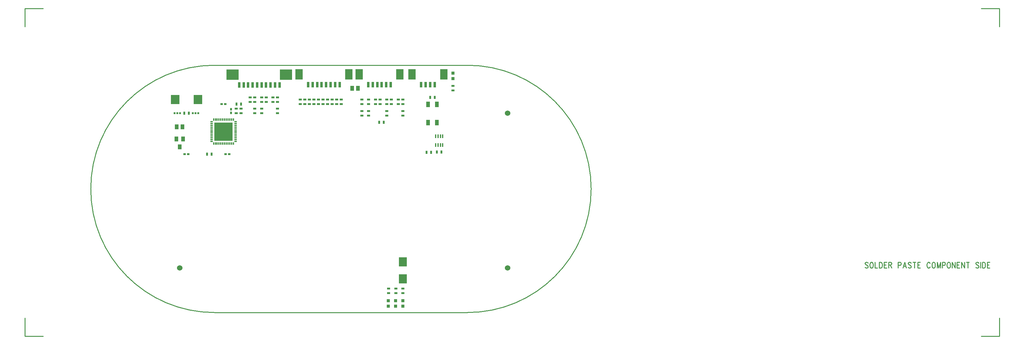
<source format=gbr>
*
*
G04 PADS VX.0 Build Number: 635560 generated Gerber (RS-274-X) file*
G04 PC Version=2.1*
*
%IN "JOG_v1.pcb"*%
*
%MOIN*%
*
%FSLAX35Y35*%
*
*
*
*
G04 PC Standard Apertures*
*
*
G04 Thermal Relief Aperture macro.*
%AMTER*
1,1,$1,0,0*
1,0,$1-$2,0,0*
21,0,$3,$4,0,0,45*
21,0,$3,$4,0,0,135*
%
*
*
G04 Annular Aperture macro.*
%AMANN*
1,1,$1,0,0*
1,0,$2,0,0*
%
*
*
G04 Odd Aperture macro.*
%AMODD*
1,1,$1,0,0*
1,0,$1-0.005,0,0*
%
*
*
G04 PC Custom Aperture Macros*
*
*
*
*
*
*
G04 PC Aperture Table*
*
%ADD010C,0.001*%
%ADD011C,0.004*%
%ADD012C,0.01*%
%ADD025R,0.035X0.024*%
%ADD026R,0.024X0.035*%
%ADD027R,0.094X0.102*%
%ADD028R,0.04331X0.05709*%
%ADD029R,0.03937X0.05512*%
%ADD030R,0.08583X0.09921*%
%ADD031R,0.032X0.032*%
%ADD032R,0.03937X0.05906*%
%ADD033C,0.06*%
%ADD035R,0.02756X0.06299*%
%ADD036R,0.08268X0.11811*%
%ADD037R,0.13386X0.11811*%
%ADD040R,0.025X0.02*%
%ADD041R,0.02X0.025*%
%ADD048R,0.20079X0.20079*%
%ADD049R,0.01772X0.04134*%
%ADD050R,0.02X0.02*%
%ADD098R,0.02559X0.01181*%
%ADD099R,0.01181X0.02559*%
*
*
*
*
G04 PC Circuitry*
G04 Layer Name JOG_v1.pcb - circuitry*
%LPD*%
*
*
G04 PC Custom Flashes*
G04 Layer Name JOG_v1.pcb - flashes*
%LPD*%
*
*
G04 PC Circuitry*
G04 Layer Name JOG_v1.pcb - circuitry*
%LPD*%
*
G54D10*
G54D11*
G01X1674700Y1653300D02*
X1676300D01*
Y1651700*
X1674700*
Y1653300*
X1677700D02*
X1679300D01*
Y1651700*
X1677700*
Y1653300*
X1680700D02*
X1682300D01*
Y1651700*
X1680700*
Y1653300*
X1683700D02*
X1685300D01*
Y1651700*
X1683700*
Y1653300*
X1686700D02*
X1688300D01*
Y1651700*
X1686700*
Y1653300*
X1689700D02*
X1691300D01*
Y1651700*
X1689700*
Y1653300*
X1674700Y1638800D02*
X1676300D01*
Y1637200*
X1674700*
Y1638800*
X1677700D02*
X1679300D01*
Y1637200*
X1677700*
Y1638800*
X1680700D02*
X1682300D01*
Y1637200*
X1680700*
Y1638800*
X1683700D02*
X1685300D01*
Y1637200*
X1683700*
Y1638800*
X1686700D02*
X1688300D01*
Y1637200*
X1686700*
Y1638800*
X1689700D02*
X1691300D01*
Y1637200*
X1689700*
Y1638800*
X1677700Y1643800D02*
X1679300D01*
Y1642200*
X1677700*
Y1643800*
X1674700D02*
X1676300D01*
Y1642200*
X1674700*
Y1643800*
X1680700D02*
X1682300D01*
Y1642200*
X1680700*
Y1643800*
X1683700D02*
X1685300D01*
Y1642200*
X1683700*
Y1643800*
X1686700D02*
X1688300D01*
Y1642200*
X1686700*
Y1643800*
X1689700D02*
X1691300D01*
Y1642200*
X1689700*
Y1643800*
X1677700Y1647800D02*
X1679300D01*
Y1646200*
X1677700*
Y1647800*
X1674700D02*
X1676300D01*
Y1646200*
X1674700*
Y1647800*
X1680700D02*
X1682300D01*
Y1646200*
X1680700*
Y1647800*
X1683700D02*
X1685300D01*
Y1646200*
X1683700*
Y1647800*
X1686700D02*
X1688300D01*
Y1646200*
X1686700*
Y1647800*
X1689700D02*
X1691300D01*
Y1646200*
X1689700*
Y1647800*
X1674700Y1653139D02*
X1676300D01*
X1674700Y1652779D02*
X1676300D01*
X1674700Y1652419D02*
X1676300D01*
X1674700Y1652059D02*
X1676300D01*
X1677700Y1653139D02*
X1679300D01*
X1677700Y1652779D02*
X1679300D01*
X1677700Y1652419D02*
X1679300D01*
X1677700Y1652059D02*
X1679300D01*
X1680700Y1653139D02*
X1682300D01*
X1680700Y1652779D02*
X1682300D01*
X1680700Y1652419D02*
X1682300D01*
X1680700Y1652059D02*
X1682300D01*
X1683700Y1653139D02*
X1685300D01*
X1683700Y1652779D02*
X1685300D01*
X1683700Y1652419D02*
X1685300D01*
X1683700Y1652059D02*
X1685300D01*
X1686700Y1653139D02*
X1688300D01*
X1686700Y1652779D02*
X1688300D01*
X1686700Y1652419D02*
X1688300D01*
X1686700Y1652059D02*
X1688300D01*
X1689700Y1653139D02*
X1691300D01*
X1689700Y1652779D02*
X1691300D01*
X1689700Y1652419D02*
X1691300D01*
X1689700Y1652059D02*
X1691300D01*
X1674700Y1638639D02*
X1676300D01*
X1674700Y1638279D02*
X1676300D01*
X1674700Y1637919D02*
X1676300D01*
X1674700Y1637559D02*
X1676300D01*
X1677700Y1638639D02*
X1679300D01*
X1677700Y1638279D02*
X1679300D01*
X1677700Y1637919D02*
X1679300D01*
X1677700Y1637559D02*
X1679300D01*
X1680700Y1638639D02*
X1682300D01*
X1680700Y1638279D02*
X1682300D01*
X1680700Y1637919D02*
X1682300D01*
X1680700Y1637559D02*
X1682300D01*
X1683700Y1638639D02*
X1685300D01*
X1683700Y1638279D02*
X1685300D01*
X1683700Y1637919D02*
X1685300D01*
X1683700Y1637559D02*
X1685300D01*
X1686700Y1638639D02*
X1688300D01*
X1686700Y1638279D02*
X1688300D01*
X1686700Y1637919D02*
X1688300D01*
X1686700Y1637559D02*
X1688300D01*
X1689700Y1638639D02*
X1691300D01*
X1689700Y1638279D02*
X1691300D01*
X1689700Y1637919D02*
X1691300D01*
X1689700Y1637559D02*
X1691300D01*
X1677700Y1643639D02*
X1679300D01*
X1677700Y1643279D02*
X1679300D01*
X1677700Y1642919D02*
X1679300D01*
X1677700Y1642559D02*
X1679300D01*
X1674700Y1643639D02*
X1676300D01*
X1674700Y1643279D02*
X1676300D01*
X1674700Y1642919D02*
X1676300D01*
X1674700Y1642559D02*
X1676300D01*
X1680700Y1643639D02*
X1682300D01*
X1680700Y1643279D02*
X1682300D01*
X1680700Y1642919D02*
X1682300D01*
X1680700Y1642559D02*
X1682300D01*
X1683700Y1643639D02*
X1685300D01*
X1683700Y1643279D02*
X1685300D01*
X1683700Y1642919D02*
X1685300D01*
X1683700Y1642559D02*
X1685300D01*
X1686700Y1643639D02*
X1688300D01*
X1686700Y1643279D02*
X1688300D01*
X1686700Y1642919D02*
X1688300D01*
X1686700Y1642559D02*
X1688300D01*
X1689700Y1643639D02*
X1691300D01*
X1689700Y1643279D02*
X1691300D01*
X1689700Y1642919D02*
X1691300D01*
X1689700Y1642559D02*
X1691300D01*
X1677700Y1647639D02*
X1679300D01*
X1677700Y1647279D02*
X1679300D01*
X1677700Y1646919D02*
X1679300D01*
X1677700Y1646559D02*
X1679300D01*
X1674700Y1647639D02*
X1676300D01*
X1674700Y1647279D02*
X1676300D01*
X1674700Y1646919D02*
X1676300D01*
X1674700Y1646559D02*
X1676300D01*
X1680700Y1647639D02*
X1682300D01*
X1680700Y1647279D02*
X1682300D01*
X1680700Y1646919D02*
X1682300D01*
X1680700Y1646559D02*
X1682300D01*
X1683700Y1647639D02*
X1685300D01*
X1683700Y1647279D02*
X1685300D01*
X1683700Y1646919D02*
X1685300D01*
X1683700Y1646559D02*
X1685300D01*
X1686700Y1647639D02*
X1688300D01*
X1686700Y1647279D02*
X1688300D01*
X1686700Y1646919D02*
X1688300D01*
X1686700Y1646559D02*
X1688300D01*
X1689700Y1647639D02*
X1691300D01*
X1689700Y1647279D02*
X1691300D01*
X1689700Y1646919D02*
X1691300D01*
X1689700Y1646559D02*
X1691300D01*
G54D12*
X2390682Y1500625D02*
X2390227Y1501250D01*
X2389545Y1501563*
X2389545D02*
X2388636D01*
X2388636D02*
X2387955Y1501250D01*
X2387500Y1500625*
Y1500000*
X2387727Y1499375*
X2387955Y1499063*
X2387955D02*
X2388409Y1498750D01*
X2389773Y1498125*
X2390227Y1497813*
X2390227D02*
X2390455Y1497500D01*
X2390682Y1496875*
Y1495938*
X2390682D02*
X2390227Y1495313D01*
X2390227D02*
X2389545Y1495000D01*
X2388636*
X2387955Y1495313*
X2387955D02*
X2387500Y1495938D01*
X2394091Y1501563D02*
X2393636Y1501250D01*
X2393182Y1500625*
X2392955Y1500000*
X2392727Y1499063*
X2392727D02*
Y1497500D01*
X2392955Y1496563*
X2392955D02*
X2393182Y1495938D01*
X2393182D02*
X2393636Y1495313D01*
X2393636D02*
X2394091Y1495000D01*
X2395000*
X2395455Y1495313*
X2395455D02*
X2395909Y1495938D01*
X2395909D02*
X2396136Y1496563D01*
X2396136D02*
X2396364Y1497500D01*
Y1499063*
X2396364D02*
X2396136Y1500000D01*
X2395909Y1500625*
X2395455Y1501250*
X2395000Y1501563*
X2395000D02*
X2394091D01*
X2398409D02*
Y1495000D01*
X2401136*
X2403182Y1501563D02*
Y1495000D01*
Y1501563D02*
X2404773D01*
X2404773D02*
X2405455Y1501250D01*
X2405909Y1500625*
X2406136Y1500000*
X2406364Y1499063*
X2406364D02*
Y1497500D01*
X2406136Y1496563*
X2406136D02*
X2405909Y1495938D01*
X2405909D02*
X2405455Y1495313D01*
X2405455D02*
X2404773Y1495000D01*
X2403182*
X2408409Y1501563D02*
Y1495000D01*
Y1501563D02*
X2411364D01*
X2408409Y1498438D02*
X2410227D01*
X2408409Y1495000D02*
X2411364D01*
X2413409Y1501563D02*
Y1495000D01*
Y1501563D02*
X2415455D01*
X2415455D02*
X2416136Y1501250D01*
X2416364Y1500938*
X2416364D02*
X2416591Y1500313D01*
X2416591D02*
Y1499688D01*
X2416591D02*
X2416364Y1499063D01*
X2416364D02*
X2416136Y1498750D01*
X2415455Y1498438*
X2415455D02*
X2413409D01*
X2415000D02*
X2416591Y1495000D01*
X2423864Y1501563D02*
Y1495000D01*
Y1501563D02*
X2425909D01*
X2425909D02*
X2426591Y1501250D01*
X2426818Y1500938*
X2426818D02*
X2427045Y1500313D01*
X2427045D02*
Y1499375D01*
X2426818Y1498750*
X2426591Y1498438*
X2426591D02*
X2425909Y1498125D01*
X2423864*
X2430909Y1501563D02*
X2429091Y1495000D01*
X2430909Y1501563D02*
X2432727Y1495000D01*
X2429773Y1497188D02*
X2432045D01*
X2437955Y1500625D02*
X2437500Y1501250D01*
X2436818Y1501563*
X2436818D02*
X2435909D01*
X2435909D02*
X2435227Y1501250D01*
X2434773Y1500625*
Y1500000*
X2435000Y1499375*
X2435227Y1499063*
X2435227D02*
X2435682Y1498750D01*
X2437045Y1498125*
X2437500Y1497813*
X2437500D02*
X2437727Y1497500D01*
X2437955Y1496875*
Y1495938*
X2437955D02*
X2437500Y1495313D01*
X2437500D02*
X2436818Y1495000D01*
X2435909*
X2435227Y1495313*
X2435227D02*
X2434773Y1495938D01*
X2441591Y1501563D02*
Y1495000D01*
X2440000Y1501563D02*
X2443182D01*
X2445227D02*
Y1495000D01*
Y1501563D02*
X2448182D01*
X2445227Y1498438D02*
X2447045D01*
X2445227Y1495000D02*
X2448182D01*
X2458864Y1500000D02*
X2458636Y1500625D01*
X2458182Y1501250*
X2457727Y1501563*
X2457727D02*
X2456818D01*
X2456818D02*
X2456364Y1501250D01*
X2455909Y1500625*
X2455682Y1500000*
X2455455Y1499063*
X2455455D02*
Y1497500D01*
X2455682Y1496563*
X2455682D02*
X2455909Y1495938D01*
X2455909D02*
X2456364Y1495313D01*
X2456364D02*
X2456818Y1495000D01*
X2457727*
X2458182Y1495313*
X2458182D02*
X2458636Y1495938D01*
X2458636D02*
X2458864Y1496563D01*
X2462273Y1501563D02*
X2461818Y1501250D01*
X2461364Y1500625*
X2461136Y1500000*
X2460909Y1499063*
X2460909D02*
Y1497500D01*
X2461136Y1496563*
X2461136D02*
X2461364Y1495938D01*
X2461364D02*
X2461818Y1495313D01*
X2461818D02*
X2462273Y1495000D01*
X2463182*
X2463636Y1495313*
X2463636D02*
X2464091Y1495938D01*
X2464091D02*
X2464318Y1496563D01*
X2464318D02*
X2464545Y1497500D01*
Y1499063*
X2464545D02*
X2464318Y1500000D01*
X2464091Y1500625*
X2463636Y1501250*
X2463182Y1501563*
X2463182D02*
X2462273D01*
X2466591D02*
Y1495000D01*
Y1501563D02*
X2468409Y1495000D01*
X2470227Y1501563D02*
X2468409Y1495000D01*
X2470227Y1501563D02*
Y1495000D01*
X2472273Y1501563D02*
Y1495000D01*
Y1501563D02*
X2474318D01*
X2474318D02*
X2475000Y1501250D01*
X2475227Y1500938*
X2475227D02*
X2475455Y1500313D01*
X2475455D02*
Y1499375D01*
X2475227Y1498750*
X2475000Y1498438*
X2475000D02*
X2474318Y1498125D01*
X2472273*
X2478864Y1501563D02*
X2478409Y1501250D01*
X2477955Y1500625*
X2477727Y1500000*
X2477500Y1499063*
X2477500D02*
Y1497500D01*
X2477727Y1496563*
X2477727D02*
X2477955Y1495938D01*
X2477955D02*
X2478409Y1495313D01*
X2478409D02*
X2478864Y1495000D01*
X2479773*
X2480227Y1495313*
X2480227D02*
X2480682Y1495938D01*
X2480682D02*
X2480909Y1496563D01*
X2480909D02*
X2481136Y1497500D01*
Y1499063*
X2481136D02*
X2480909Y1500000D01*
X2480682Y1500625*
X2480227Y1501250*
X2479773Y1501563*
X2479773D02*
X2478864D01*
X2483182D02*
Y1495000D01*
Y1501563D02*
X2486364Y1495000D01*
Y1501563D02*
Y1495000D01*
X2488409Y1501563D02*
Y1495000D01*
Y1501563D02*
X2491364D01*
X2488409Y1498438D02*
X2490227D01*
X2488409Y1495000D02*
X2491364D01*
X2493409Y1501563D02*
Y1495000D01*
Y1501563D02*
X2496591Y1495000D01*
Y1501563D02*
Y1495000D01*
X2500227Y1501563D02*
Y1495000D01*
X2498636Y1501563D02*
X2501818D01*
X2512273Y1500625D02*
X2511818Y1501250D01*
X2511136Y1501563*
X2511136D02*
X2510227D01*
X2510227D02*
X2509545Y1501250D01*
X2509091Y1500625*
Y1500000*
X2509318Y1499375*
X2509545Y1499063*
X2509545D02*
X2510000Y1498750D01*
X2511364Y1498125*
X2511818Y1497813*
X2511818D02*
X2512045Y1497500D01*
X2512273Y1496875*
Y1495938*
X2512273D02*
X2511818Y1495313D01*
X2511818D02*
X2511136Y1495000D01*
X2510227*
X2509545Y1495313*
X2509545D02*
X2509091Y1495938D01*
X2514318Y1501563D02*
Y1495000D01*
X2516364Y1501563D02*
Y1495000D01*
Y1501563D02*
X2517955D01*
X2517955D02*
X2518636Y1501250D01*
X2519091Y1500625*
X2519318Y1500000*
X2519545Y1499063*
X2519545D02*
Y1497500D01*
X2519318Y1496563*
X2519318D02*
X2519091Y1495938D01*
X2519091D02*
X2518636Y1495313D01*
X2518636D02*
X2517955Y1495000D01*
X2516364*
X2521591Y1501563D02*
Y1495000D01*
Y1501563D02*
X2524545D01*
X2521591Y1498438D02*
X2523409D01*
X2521591Y1495000D02*
X2524545D01*
X1673001Y1446142D02*
X1950955D01*
G75*
G03Y1717795I0J135827D01*
G01X1673001*
X1672971D02*
G03Y1446142I237J-135826D01*
G01X1465000Y1440000D02*
Y1420000D01*
X1485000*
Y1780000D02*
X1465000D01*
Y1760000*
X2535000D02*
Y1780000D01*
X2515000*
Y1420000D02*
X2535000D01*
Y1440000*
G54D25*
X1742500Y1682480D03*
Y1677520D03*
X1702500Y1665020D03*
Y1669980D03*
X1717500Y1665020D03*
Y1669980D03*
X1864500Y1472480D03*
Y1467520D03*
X1742500Y1665020D03*
Y1669980D03*
X1725000Y1665020D03*
Y1669980D03*
X1880000Y1662520D03*
Y1667480D03*
X1862500Y1662520D03*
Y1667480D03*
X1797500Y1675020D03*
Y1679980D03*
X1807500Y1675020D03*
Y1679980D03*
X1772500Y1675020D03*
Y1679980D03*
X1712500Y1677520D03*
Y1682480D03*
X1717500D03*
Y1677520D03*
X1767500Y1675020D03*
Y1679980D03*
X1792500Y1675020D03*
Y1679980D03*
X1787500Y1675020D03*
Y1679980D03*
X1875000Y1675020D03*
Y1679980D03*
X1880000D03*
Y1675020D03*
X1737500Y1677520D03*
Y1682480D03*
X1867500Y1675020D03*
Y1679980D03*
X1862500D03*
Y1675020D03*
X1855000D03*
Y1679980D03*
X1835000D03*
Y1675020D03*
X1850000Y1679980D03*
Y1675020D03*
X1842500Y1679980D03*
Y1675020D03*
X1835000Y1667480D03*
Y1662520D03*
X1802500Y1675020D03*
Y1679980D03*
X1842500Y1667480D03*
Y1662520D03*
X1880000Y1472480D03*
Y1467520D03*
X1872500Y1472480D03*
Y1467520D03*
X1935000Y1690020D03*
Y1694980D03*
X1777500Y1675020D03*
Y1679980D03*
X1782500Y1675020D03*
Y1679980D03*
X1730000Y1677520D03*
Y1682480D03*
X1725000D03*
Y1677520D03*
X1812500Y1675020D03*
Y1679980D03*
X1697000Y1669980D03*
Y1665020D03*
G54D26*
X1917520Y1622500D03*
X1922480D03*
X1640020Y1665000D03*
X1644980D03*
X1665020Y1620000D03*
X1669980D03*
X1697520Y1675000D03*
X1702480D03*
X1910020Y1682500D03*
X1914980D03*
X1854020Y1655000D03*
X1858980D03*
X1910980Y1622000D03*
X1906020D03*
G54D27*
X1630000Y1680000D03*
X1655000D03*
G54D28*
X1638150Y1650000D03*
X1631850D03*
X1830650Y1692500D03*
X1824350D03*
G54D29*
X1638740Y1636831D03*
X1631260D03*
X1635000Y1628169D03*
G54D30*
X1880000Y1501711D03*
Y1483289D03*
G54D31*
X1879961Y1452984D03*
Y1458984D03*
X1872087Y1452984D03*
Y1458984D03*
X1864213Y1452984D03*
Y1458984D03*
X1935079Y1708984D03*
Y1702984D03*
G54D32*
X1917421Y1654961D03*
X1907579D03*
Y1674646D03*
X1917421D03*
G54D33*
X1995000Y1665000D03*
X1635000Y1495000D03*
X1995000D03*
G54D35*
X1810571Y1696535D03*
X1805650D03*
X1800728D03*
X1795807D03*
X1790886D03*
X1785965D03*
X1781043D03*
X1776122D03*
X1744626Y1696142D03*
X1739705D03*
X1734783D03*
X1729862D03*
X1724941D03*
X1720020D03*
X1715098D03*
X1710177D03*
X1705256D03*
X1700335D03*
X1866673Y1696535D03*
X1861752D03*
X1856831D03*
X1851909D03*
X1846988D03*
X1842067D03*
X1914902D03*
X1909980D03*
X1905059D03*
X1900138D03*
G54D36*
X1820610Y1707953D03*
X1766083D03*
X1876713D03*
X1832028D03*
X1924941D03*
X1890098D03*
G54D37*
X1751811Y1707559D03*
X1693150D03*
G54D40*
X1640531Y1620000D03*
X1644469D03*
X1685531D03*
X1689469D03*
X1681031Y1675000D03*
X1684969D03*
G54D41*
X1691500Y1669469D03*
Y1665531D03*
G54D48*
X1683110Y1644961D03*
G54D49*
X1916161Y1630177D03*
X1918720D03*
X1921280D03*
X1923839D03*
Y1639823D03*
X1921280D03*
X1918720D03*
X1916161D03*
G54D50*
X1629500Y1665000D03*
X1632500D03*
X1635500D03*
X1655500D03*
X1652500D03*
X1649500D03*
G54D98*
X1696299Y1634134D03*
Y1636102D03*
Y1638071D03*
Y1640039D03*
Y1642008D03*
Y1643976D03*
Y1645945D03*
Y1647913D03*
Y1649882D03*
Y1651850D03*
Y1653819D03*
Y1655787D03*
X1669921D03*
Y1653819D03*
Y1651850D03*
Y1649882D03*
Y1647913D03*
Y1645945D03*
Y1643976D03*
Y1642008D03*
Y1640039D03*
Y1638071D03*
Y1636102D03*
Y1634134D03*
G54D99*
X1693937Y1658150D03*
X1691969D03*
X1690000D03*
X1688031D03*
X1686063D03*
X1684094D03*
X1682126D03*
X1680157D03*
X1678189D03*
X1676220D03*
X1674252D03*
X1672283D03*
Y1631772D03*
X1674252D03*
X1676220D03*
X1678189D03*
X1680157D03*
X1682126D03*
X1684094D03*
X1686063D03*
X1688031D03*
X1690000D03*
X1691969D03*
X1693937D03*
G74*
X0Y0D02*
M02*

</source>
